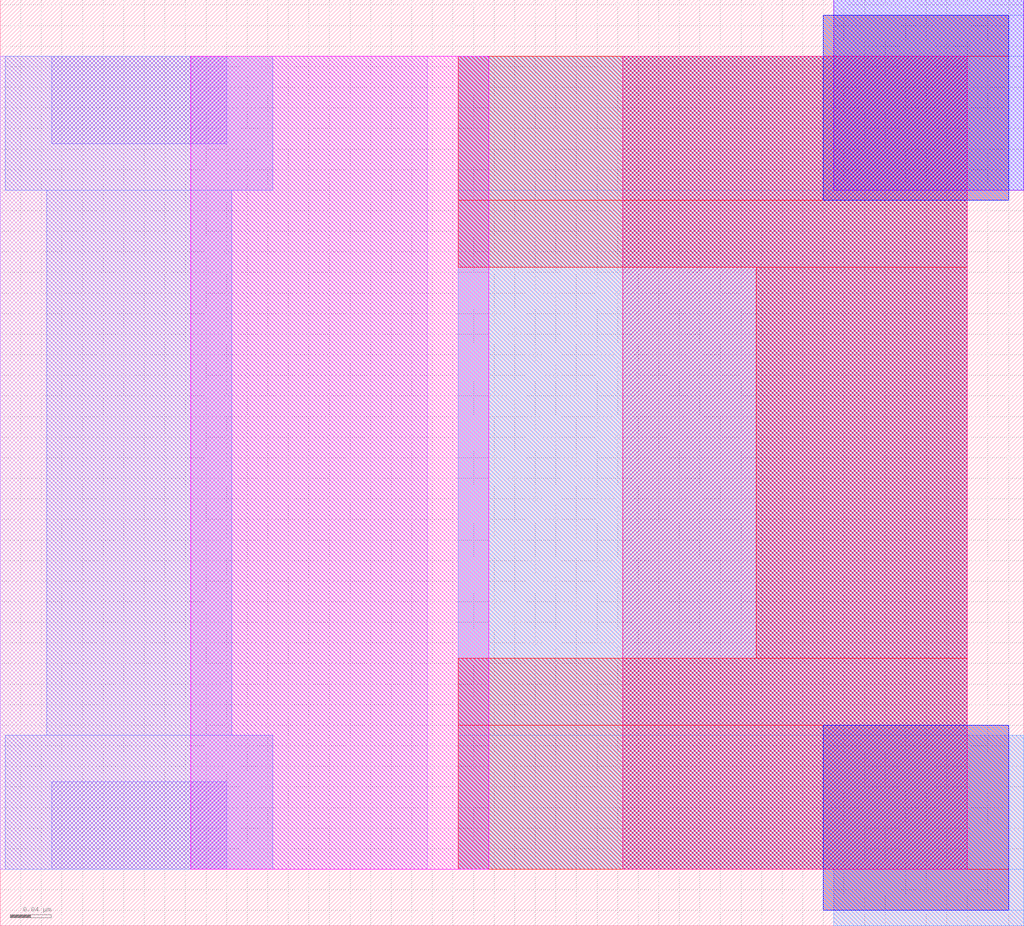
<source format=lef>
# Copyright 2020 The SkyWater PDK Authors
#
# Licensed under the Apache License, Version 2.0 (the "License");
# you may not use this file except in compliance with the License.
# You may obtain a copy of the License at
#
#     https://www.apache.org/licenses/LICENSE-2.0
#
# Unless required by applicable law or agreed to in writing, software
# distributed under the License is distributed on an "AS IS" BASIS,
# WITHOUT WARRANTIES OR CONDITIONS OF ANY KIND, either express or implied.
# See the License for the specific language governing permissions and
# limitations under the License.
#
# SPDX-License-Identifier: Apache-2.0

VERSION 5.7 ;
  NOWIREEXTENSIONATPIN ON ;
  DIVIDERCHAR "/" ;
  BUSBITCHARS "[]" ;
MACRO sky130_fd_bd_sram__sram_dp_rowend_inv
  CLASS BLOCK ;
  FOREIGN sky130_fd_bd_sram__sram_dp_rowend_inv ;
  ORIGIN  0.000000  0.055000 ;
  SIZE  0.995000 BY  0.900000 ;
  OBS
    LAYER li1 ;
      RECT 0.000000 0.000000 0.415000 0.790000 ;
    LAYER mcon ;
      RECT 0.050000 0.000000 0.220000 0.085000 ;
      RECT 0.050000 0.705000 0.220000 0.790000 ;
    LAYER met1 ;
      RECT 0.005000  0.000000 0.265000 0.130000 ;
      RECT 0.005000  0.660000 0.265000 0.790000 ;
      RECT 0.045000  0.130000 0.225000 0.660000 ;
      RECT 0.445000  0.000000 0.995000 0.130000 ;
      RECT 0.445000  0.130000 0.940000 0.660000 ;
      RECT 0.445000  0.660000 0.995000 0.790000 ;
      RECT 0.810000 -0.055000 0.995000 0.000000 ;
      RECT 0.810000  0.790000 0.995000 0.845000 ;
    LAYER met2 ;
      RECT 0.445000  0.000000 0.995000  0.130000 ;
      RECT 0.445000  0.130000 0.980000  0.140000 ;
      RECT 0.445000  0.140000 0.940000  0.650000 ;
      RECT 0.445000  0.650000 0.980000  0.660000 ;
      RECT 0.445000  0.660000 0.995000  0.790000 ;
      RECT 0.800000 -0.040000 0.995000  0.000000 ;
      RECT 0.800000  0.790000 0.995000  0.830000 ;
      RECT 0.810000 -0.055000 0.995000 -0.040000 ;
      RECT 0.810000  0.830000 0.995000  0.845000 ;
    LAYER met3 ;
      RECT 0.445000  0.000000 0.980000 0.140000 ;
      RECT 0.445000  0.140000 0.940000 0.205000 ;
      RECT 0.445000  0.585000 0.940000 0.650000 ;
      RECT 0.445000  0.650000 0.980000 0.790000 ;
      RECT 0.735000  0.205000 0.940000 0.585000 ;
      RECT 0.800000 -0.040000 0.980000 0.000000 ;
      RECT 0.800000  0.790000 0.980000 0.830000 ;
    LAYER nwell ;
      RECT 0.605000 0.000000 0.940000 0.790000 ;
    LAYER pwell ;
      RECT 0.185000 0.000000 0.475000 0.790000 ;
    LAYER via ;
      RECT 0.810000 0.660000 0.995000 0.845000 ;
    LAYER via2 ;
      RECT 0.800000 -0.040000 0.980000 0.140000 ;
      RECT 0.800000  0.650000 0.980000 0.830000 ;
  END
END sky130_fd_bd_sram__sram_dp_rowend_inv
END LIBRARY

</source>
